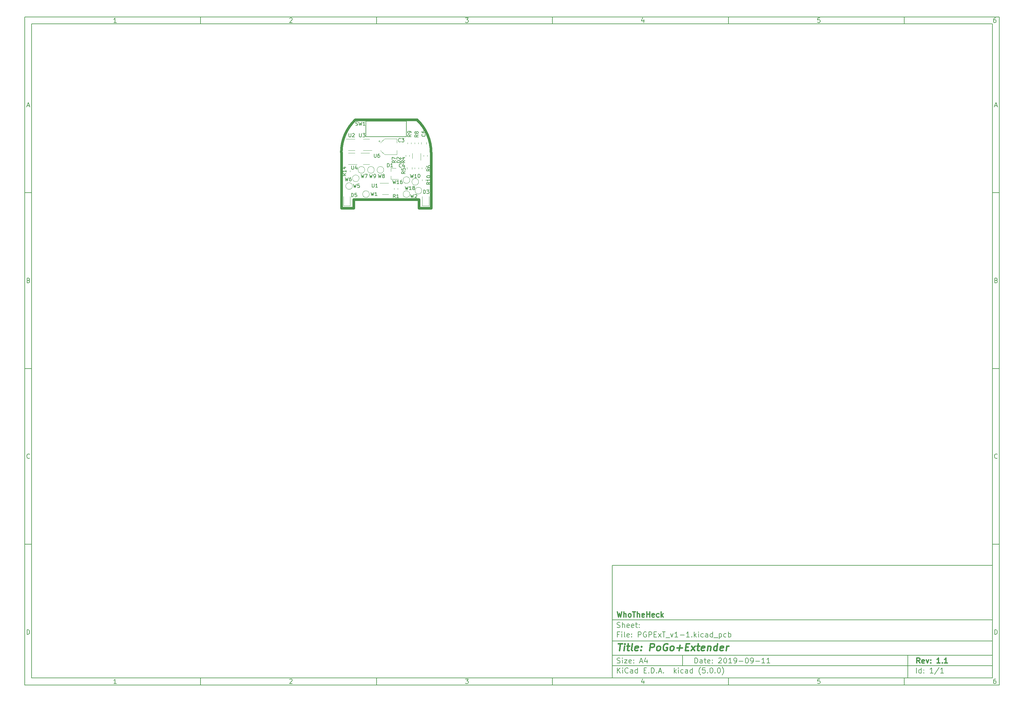
<source format=gbr>
G04 #@! TF.GenerationSoftware,KiCad,Pcbnew,(5.0.0)*
G04 #@! TF.CreationDate,2020-05-01T19:32:20+02:00*
G04 #@! TF.ProjectId,PGPExT_v1-1,5047504578545F76312D312E6B696361,1.1*
G04 #@! TF.SameCoordinates,Original*
G04 #@! TF.FileFunction,Legend,Top*
G04 #@! TF.FilePolarity,Positive*
%FSLAX46Y46*%
G04 Gerber Fmt 4.6, Leading zero omitted, Abs format (unit mm)*
G04 Created by KiCad (PCBNEW (5.0.0)) date 05/01/20 19:32:20*
%MOMM*%
%LPD*%
G01*
G04 APERTURE LIST*
%ADD10C,0.100000*%
%ADD11C,0.150000*%
%ADD12C,0.300000*%
%ADD13C,0.400000*%
%ADD14C,0.800000*%
%ADD15C,0.120000*%
G04 APERTURE END LIST*
D10*
D11*
X177002200Y-166007200D02*
X177002200Y-198007200D01*
X285002200Y-198007200D01*
X285002200Y-166007200D01*
X177002200Y-166007200D01*
D10*
D11*
X10000000Y-10000000D02*
X10000000Y-200007200D01*
X287002200Y-200007200D01*
X287002200Y-10000000D01*
X10000000Y-10000000D01*
D10*
D11*
X12000000Y-12000000D02*
X12000000Y-198007200D01*
X285002200Y-198007200D01*
X285002200Y-12000000D01*
X12000000Y-12000000D01*
D10*
D11*
X60000000Y-12000000D02*
X60000000Y-10000000D01*
D10*
D11*
X110000000Y-12000000D02*
X110000000Y-10000000D01*
D10*
D11*
X160000000Y-12000000D02*
X160000000Y-10000000D01*
D10*
D11*
X210000000Y-12000000D02*
X210000000Y-10000000D01*
D10*
D11*
X260000000Y-12000000D02*
X260000000Y-10000000D01*
D10*
D11*
X36065476Y-11588095D02*
X35322619Y-11588095D01*
X35694047Y-11588095D02*
X35694047Y-10288095D01*
X35570238Y-10473809D01*
X35446428Y-10597619D01*
X35322619Y-10659523D01*
D10*
D11*
X85322619Y-10411904D02*
X85384523Y-10350000D01*
X85508333Y-10288095D01*
X85817857Y-10288095D01*
X85941666Y-10350000D01*
X86003571Y-10411904D01*
X86065476Y-10535714D01*
X86065476Y-10659523D01*
X86003571Y-10845238D01*
X85260714Y-11588095D01*
X86065476Y-11588095D01*
D10*
D11*
X135260714Y-10288095D02*
X136065476Y-10288095D01*
X135632142Y-10783333D01*
X135817857Y-10783333D01*
X135941666Y-10845238D01*
X136003571Y-10907142D01*
X136065476Y-11030952D01*
X136065476Y-11340476D01*
X136003571Y-11464285D01*
X135941666Y-11526190D01*
X135817857Y-11588095D01*
X135446428Y-11588095D01*
X135322619Y-11526190D01*
X135260714Y-11464285D01*
D10*
D11*
X185941666Y-10721428D02*
X185941666Y-11588095D01*
X185632142Y-10226190D02*
X185322619Y-11154761D01*
X186127380Y-11154761D01*
D10*
D11*
X236003571Y-10288095D02*
X235384523Y-10288095D01*
X235322619Y-10907142D01*
X235384523Y-10845238D01*
X235508333Y-10783333D01*
X235817857Y-10783333D01*
X235941666Y-10845238D01*
X236003571Y-10907142D01*
X236065476Y-11030952D01*
X236065476Y-11340476D01*
X236003571Y-11464285D01*
X235941666Y-11526190D01*
X235817857Y-11588095D01*
X235508333Y-11588095D01*
X235384523Y-11526190D01*
X235322619Y-11464285D01*
D10*
D11*
X285941666Y-10288095D02*
X285694047Y-10288095D01*
X285570238Y-10350000D01*
X285508333Y-10411904D01*
X285384523Y-10597619D01*
X285322619Y-10845238D01*
X285322619Y-11340476D01*
X285384523Y-11464285D01*
X285446428Y-11526190D01*
X285570238Y-11588095D01*
X285817857Y-11588095D01*
X285941666Y-11526190D01*
X286003571Y-11464285D01*
X286065476Y-11340476D01*
X286065476Y-11030952D01*
X286003571Y-10907142D01*
X285941666Y-10845238D01*
X285817857Y-10783333D01*
X285570238Y-10783333D01*
X285446428Y-10845238D01*
X285384523Y-10907142D01*
X285322619Y-11030952D01*
D10*
D11*
X60000000Y-198007200D02*
X60000000Y-200007200D01*
D10*
D11*
X110000000Y-198007200D02*
X110000000Y-200007200D01*
D10*
D11*
X160000000Y-198007200D02*
X160000000Y-200007200D01*
D10*
D11*
X210000000Y-198007200D02*
X210000000Y-200007200D01*
D10*
D11*
X260000000Y-198007200D02*
X260000000Y-200007200D01*
D10*
D11*
X36065476Y-199595295D02*
X35322619Y-199595295D01*
X35694047Y-199595295D02*
X35694047Y-198295295D01*
X35570238Y-198481009D01*
X35446428Y-198604819D01*
X35322619Y-198666723D01*
D10*
D11*
X85322619Y-198419104D02*
X85384523Y-198357200D01*
X85508333Y-198295295D01*
X85817857Y-198295295D01*
X85941666Y-198357200D01*
X86003571Y-198419104D01*
X86065476Y-198542914D01*
X86065476Y-198666723D01*
X86003571Y-198852438D01*
X85260714Y-199595295D01*
X86065476Y-199595295D01*
D10*
D11*
X135260714Y-198295295D02*
X136065476Y-198295295D01*
X135632142Y-198790533D01*
X135817857Y-198790533D01*
X135941666Y-198852438D01*
X136003571Y-198914342D01*
X136065476Y-199038152D01*
X136065476Y-199347676D01*
X136003571Y-199471485D01*
X135941666Y-199533390D01*
X135817857Y-199595295D01*
X135446428Y-199595295D01*
X135322619Y-199533390D01*
X135260714Y-199471485D01*
D10*
D11*
X185941666Y-198728628D02*
X185941666Y-199595295D01*
X185632142Y-198233390D02*
X185322619Y-199161961D01*
X186127380Y-199161961D01*
D10*
D11*
X236003571Y-198295295D02*
X235384523Y-198295295D01*
X235322619Y-198914342D01*
X235384523Y-198852438D01*
X235508333Y-198790533D01*
X235817857Y-198790533D01*
X235941666Y-198852438D01*
X236003571Y-198914342D01*
X236065476Y-199038152D01*
X236065476Y-199347676D01*
X236003571Y-199471485D01*
X235941666Y-199533390D01*
X235817857Y-199595295D01*
X235508333Y-199595295D01*
X235384523Y-199533390D01*
X235322619Y-199471485D01*
D10*
D11*
X285941666Y-198295295D02*
X285694047Y-198295295D01*
X285570238Y-198357200D01*
X285508333Y-198419104D01*
X285384523Y-198604819D01*
X285322619Y-198852438D01*
X285322619Y-199347676D01*
X285384523Y-199471485D01*
X285446428Y-199533390D01*
X285570238Y-199595295D01*
X285817857Y-199595295D01*
X285941666Y-199533390D01*
X286003571Y-199471485D01*
X286065476Y-199347676D01*
X286065476Y-199038152D01*
X286003571Y-198914342D01*
X285941666Y-198852438D01*
X285817857Y-198790533D01*
X285570238Y-198790533D01*
X285446428Y-198852438D01*
X285384523Y-198914342D01*
X285322619Y-199038152D01*
D10*
D11*
X10000000Y-60000000D02*
X12000000Y-60000000D01*
D10*
D11*
X10000000Y-110000000D02*
X12000000Y-110000000D01*
D10*
D11*
X10000000Y-160000000D02*
X12000000Y-160000000D01*
D10*
D11*
X10690476Y-35216666D02*
X11309523Y-35216666D01*
X10566666Y-35588095D02*
X11000000Y-34288095D01*
X11433333Y-35588095D01*
D10*
D11*
X11092857Y-84907142D02*
X11278571Y-84969047D01*
X11340476Y-85030952D01*
X11402380Y-85154761D01*
X11402380Y-85340476D01*
X11340476Y-85464285D01*
X11278571Y-85526190D01*
X11154761Y-85588095D01*
X10659523Y-85588095D01*
X10659523Y-84288095D01*
X11092857Y-84288095D01*
X11216666Y-84350000D01*
X11278571Y-84411904D01*
X11340476Y-84535714D01*
X11340476Y-84659523D01*
X11278571Y-84783333D01*
X11216666Y-84845238D01*
X11092857Y-84907142D01*
X10659523Y-84907142D01*
D10*
D11*
X11402380Y-135464285D02*
X11340476Y-135526190D01*
X11154761Y-135588095D01*
X11030952Y-135588095D01*
X10845238Y-135526190D01*
X10721428Y-135402380D01*
X10659523Y-135278571D01*
X10597619Y-135030952D01*
X10597619Y-134845238D01*
X10659523Y-134597619D01*
X10721428Y-134473809D01*
X10845238Y-134350000D01*
X11030952Y-134288095D01*
X11154761Y-134288095D01*
X11340476Y-134350000D01*
X11402380Y-134411904D01*
D10*
D11*
X10659523Y-185588095D02*
X10659523Y-184288095D01*
X10969047Y-184288095D01*
X11154761Y-184350000D01*
X11278571Y-184473809D01*
X11340476Y-184597619D01*
X11402380Y-184845238D01*
X11402380Y-185030952D01*
X11340476Y-185278571D01*
X11278571Y-185402380D01*
X11154761Y-185526190D01*
X10969047Y-185588095D01*
X10659523Y-185588095D01*
D10*
D11*
X287002200Y-60000000D02*
X285002200Y-60000000D01*
D10*
D11*
X287002200Y-110000000D02*
X285002200Y-110000000D01*
D10*
D11*
X287002200Y-160000000D02*
X285002200Y-160000000D01*
D10*
D11*
X285692676Y-35216666D02*
X286311723Y-35216666D01*
X285568866Y-35588095D02*
X286002200Y-34288095D01*
X286435533Y-35588095D01*
D10*
D11*
X286095057Y-84907142D02*
X286280771Y-84969047D01*
X286342676Y-85030952D01*
X286404580Y-85154761D01*
X286404580Y-85340476D01*
X286342676Y-85464285D01*
X286280771Y-85526190D01*
X286156961Y-85588095D01*
X285661723Y-85588095D01*
X285661723Y-84288095D01*
X286095057Y-84288095D01*
X286218866Y-84350000D01*
X286280771Y-84411904D01*
X286342676Y-84535714D01*
X286342676Y-84659523D01*
X286280771Y-84783333D01*
X286218866Y-84845238D01*
X286095057Y-84907142D01*
X285661723Y-84907142D01*
D10*
D11*
X286404580Y-135464285D02*
X286342676Y-135526190D01*
X286156961Y-135588095D01*
X286033152Y-135588095D01*
X285847438Y-135526190D01*
X285723628Y-135402380D01*
X285661723Y-135278571D01*
X285599819Y-135030952D01*
X285599819Y-134845238D01*
X285661723Y-134597619D01*
X285723628Y-134473809D01*
X285847438Y-134350000D01*
X286033152Y-134288095D01*
X286156961Y-134288095D01*
X286342676Y-134350000D01*
X286404580Y-134411904D01*
D10*
D11*
X285661723Y-185588095D02*
X285661723Y-184288095D01*
X285971247Y-184288095D01*
X286156961Y-184350000D01*
X286280771Y-184473809D01*
X286342676Y-184597619D01*
X286404580Y-184845238D01*
X286404580Y-185030952D01*
X286342676Y-185278571D01*
X286280771Y-185402380D01*
X286156961Y-185526190D01*
X285971247Y-185588095D01*
X285661723Y-185588095D01*
D10*
D11*
X200434342Y-193785771D02*
X200434342Y-192285771D01*
X200791485Y-192285771D01*
X201005771Y-192357200D01*
X201148628Y-192500057D01*
X201220057Y-192642914D01*
X201291485Y-192928628D01*
X201291485Y-193142914D01*
X201220057Y-193428628D01*
X201148628Y-193571485D01*
X201005771Y-193714342D01*
X200791485Y-193785771D01*
X200434342Y-193785771D01*
X202577200Y-193785771D02*
X202577200Y-193000057D01*
X202505771Y-192857200D01*
X202362914Y-192785771D01*
X202077200Y-192785771D01*
X201934342Y-192857200D01*
X202577200Y-193714342D02*
X202434342Y-193785771D01*
X202077200Y-193785771D01*
X201934342Y-193714342D01*
X201862914Y-193571485D01*
X201862914Y-193428628D01*
X201934342Y-193285771D01*
X202077200Y-193214342D01*
X202434342Y-193214342D01*
X202577200Y-193142914D01*
X203077200Y-192785771D02*
X203648628Y-192785771D01*
X203291485Y-192285771D02*
X203291485Y-193571485D01*
X203362914Y-193714342D01*
X203505771Y-193785771D01*
X203648628Y-193785771D01*
X204720057Y-193714342D02*
X204577200Y-193785771D01*
X204291485Y-193785771D01*
X204148628Y-193714342D01*
X204077200Y-193571485D01*
X204077200Y-193000057D01*
X204148628Y-192857200D01*
X204291485Y-192785771D01*
X204577200Y-192785771D01*
X204720057Y-192857200D01*
X204791485Y-193000057D01*
X204791485Y-193142914D01*
X204077200Y-193285771D01*
X205434342Y-193642914D02*
X205505771Y-193714342D01*
X205434342Y-193785771D01*
X205362914Y-193714342D01*
X205434342Y-193642914D01*
X205434342Y-193785771D01*
X205434342Y-192857200D02*
X205505771Y-192928628D01*
X205434342Y-193000057D01*
X205362914Y-192928628D01*
X205434342Y-192857200D01*
X205434342Y-193000057D01*
X207220057Y-192428628D02*
X207291485Y-192357200D01*
X207434342Y-192285771D01*
X207791485Y-192285771D01*
X207934342Y-192357200D01*
X208005771Y-192428628D01*
X208077200Y-192571485D01*
X208077200Y-192714342D01*
X208005771Y-192928628D01*
X207148628Y-193785771D01*
X208077200Y-193785771D01*
X209005771Y-192285771D02*
X209148628Y-192285771D01*
X209291485Y-192357200D01*
X209362914Y-192428628D01*
X209434342Y-192571485D01*
X209505771Y-192857200D01*
X209505771Y-193214342D01*
X209434342Y-193500057D01*
X209362914Y-193642914D01*
X209291485Y-193714342D01*
X209148628Y-193785771D01*
X209005771Y-193785771D01*
X208862914Y-193714342D01*
X208791485Y-193642914D01*
X208720057Y-193500057D01*
X208648628Y-193214342D01*
X208648628Y-192857200D01*
X208720057Y-192571485D01*
X208791485Y-192428628D01*
X208862914Y-192357200D01*
X209005771Y-192285771D01*
X210934342Y-193785771D02*
X210077200Y-193785771D01*
X210505771Y-193785771D02*
X210505771Y-192285771D01*
X210362914Y-192500057D01*
X210220057Y-192642914D01*
X210077200Y-192714342D01*
X211648628Y-193785771D02*
X211934342Y-193785771D01*
X212077200Y-193714342D01*
X212148628Y-193642914D01*
X212291485Y-193428628D01*
X212362914Y-193142914D01*
X212362914Y-192571485D01*
X212291485Y-192428628D01*
X212220057Y-192357200D01*
X212077200Y-192285771D01*
X211791485Y-192285771D01*
X211648628Y-192357200D01*
X211577200Y-192428628D01*
X211505771Y-192571485D01*
X211505771Y-192928628D01*
X211577200Y-193071485D01*
X211648628Y-193142914D01*
X211791485Y-193214342D01*
X212077200Y-193214342D01*
X212220057Y-193142914D01*
X212291485Y-193071485D01*
X212362914Y-192928628D01*
X213005771Y-193214342D02*
X214148628Y-193214342D01*
X215148628Y-192285771D02*
X215291485Y-192285771D01*
X215434342Y-192357200D01*
X215505771Y-192428628D01*
X215577200Y-192571485D01*
X215648628Y-192857200D01*
X215648628Y-193214342D01*
X215577200Y-193500057D01*
X215505771Y-193642914D01*
X215434342Y-193714342D01*
X215291485Y-193785771D01*
X215148628Y-193785771D01*
X215005771Y-193714342D01*
X214934342Y-193642914D01*
X214862914Y-193500057D01*
X214791485Y-193214342D01*
X214791485Y-192857200D01*
X214862914Y-192571485D01*
X214934342Y-192428628D01*
X215005771Y-192357200D01*
X215148628Y-192285771D01*
X216362914Y-193785771D02*
X216648628Y-193785771D01*
X216791485Y-193714342D01*
X216862914Y-193642914D01*
X217005771Y-193428628D01*
X217077200Y-193142914D01*
X217077200Y-192571485D01*
X217005771Y-192428628D01*
X216934342Y-192357200D01*
X216791485Y-192285771D01*
X216505771Y-192285771D01*
X216362914Y-192357200D01*
X216291485Y-192428628D01*
X216220057Y-192571485D01*
X216220057Y-192928628D01*
X216291485Y-193071485D01*
X216362914Y-193142914D01*
X216505771Y-193214342D01*
X216791485Y-193214342D01*
X216934342Y-193142914D01*
X217005771Y-193071485D01*
X217077200Y-192928628D01*
X217720057Y-193214342D02*
X218862914Y-193214342D01*
X220362914Y-193785771D02*
X219505771Y-193785771D01*
X219934342Y-193785771D02*
X219934342Y-192285771D01*
X219791485Y-192500057D01*
X219648628Y-192642914D01*
X219505771Y-192714342D01*
X221791485Y-193785771D02*
X220934342Y-193785771D01*
X221362914Y-193785771D02*
X221362914Y-192285771D01*
X221220057Y-192500057D01*
X221077200Y-192642914D01*
X220934342Y-192714342D01*
D10*
D11*
X177002200Y-194507200D02*
X285002200Y-194507200D01*
D10*
D11*
X178434342Y-196585771D02*
X178434342Y-195085771D01*
X179291485Y-196585771D02*
X178648628Y-195728628D01*
X179291485Y-195085771D02*
X178434342Y-195942914D01*
X179934342Y-196585771D02*
X179934342Y-195585771D01*
X179934342Y-195085771D02*
X179862914Y-195157200D01*
X179934342Y-195228628D01*
X180005771Y-195157200D01*
X179934342Y-195085771D01*
X179934342Y-195228628D01*
X181505771Y-196442914D02*
X181434342Y-196514342D01*
X181220057Y-196585771D01*
X181077200Y-196585771D01*
X180862914Y-196514342D01*
X180720057Y-196371485D01*
X180648628Y-196228628D01*
X180577200Y-195942914D01*
X180577200Y-195728628D01*
X180648628Y-195442914D01*
X180720057Y-195300057D01*
X180862914Y-195157200D01*
X181077200Y-195085771D01*
X181220057Y-195085771D01*
X181434342Y-195157200D01*
X181505771Y-195228628D01*
X182791485Y-196585771D02*
X182791485Y-195800057D01*
X182720057Y-195657200D01*
X182577200Y-195585771D01*
X182291485Y-195585771D01*
X182148628Y-195657200D01*
X182791485Y-196514342D02*
X182648628Y-196585771D01*
X182291485Y-196585771D01*
X182148628Y-196514342D01*
X182077200Y-196371485D01*
X182077200Y-196228628D01*
X182148628Y-196085771D01*
X182291485Y-196014342D01*
X182648628Y-196014342D01*
X182791485Y-195942914D01*
X184148628Y-196585771D02*
X184148628Y-195085771D01*
X184148628Y-196514342D02*
X184005771Y-196585771D01*
X183720057Y-196585771D01*
X183577200Y-196514342D01*
X183505771Y-196442914D01*
X183434342Y-196300057D01*
X183434342Y-195871485D01*
X183505771Y-195728628D01*
X183577200Y-195657200D01*
X183720057Y-195585771D01*
X184005771Y-195585771D01*
X184148628Y-195657200D01*
X186005771Y-195800057D02*
X186505771Y-195800057D01*
X186720057Y-196585771D02*
X186005771Y-196585771D01*
X186005771Y-195085771D01*
X186720057Y-195085771D01*
X187362914Y-196442914D02*
X187434342Y-196514342D01*
X187362914Y-196585771D01*
X187291485Y-196514342D01*
X187362914Y-196442914D01*
X187362914Y-196585771D01*
X188077200Y-196585771D02*
X188077200Y-195085771D01*
X188434342Y-195085771D01*
X188648628Y-195157200D01*
X188791485Y-195300057D01*
X188862914Y-195442914D01*
X188934342Y-195728628D01*
X188934342Y-195942914D01*
X188862914Y-196228628D01*
X188791485Y-196371485D01*
X188648628Y-196514342D01*
X188434342Y-196585771D01*
X188077200Y-196585771D01*
X189577200Y-196442914D02*
X189648628Y-196514342D01*
X189577200Y-196585771D01*
X189505771Y-196514342D01*
X189577200Y-196442914D01*
X189577200Y-196585771D01*
X190220057Y-196157200D02*
X190934342Y-196157200D01*
X190077200Y-196585771D02*
X190577200Y-195085771D01*
X191077200Y-196585771D01*
X191577200Y-196442914D02*
X191648628Y-196514342D01*
X191577200Y-196585771D01*
X191505771Y-196514342D01*
X191577200Y-196442914D01*
X191577200Y-196585771D01*
X194577200Y-196585771D02*
X194577200Y-195085771D01*
X194720057Y-196014342D02*
X195148628Y-196585771D01*
X195148628Y-195585771D02*
X194577200Y-196157200D01*
X195791485Y-196585771D02*
X195791485Y-195585771D01*
X195791485Y-195085771D02*
X195720057Y-195157200D01*
X195791485Y-195228628D01*
X195862914Y-195157200D01*
X195791485Y-195085771D01*
X195791485Y-195228628D01*
X197148628Y-196514342D02*
X197005771Y-196585771D01*
X196720057Y-196585771D01*
X196577200Y-196514342D01*
X196505771Y-196442914D01*
X196434342Y-196300057D01*
X196434342Y-195871485D01*
X196505771Y-195728628D01*
X196577200Y-195657200D01*
X196720057Y-195585771D01*
X197005771Y-195585771D01*
X197148628Y-195657200D01*
X198434342Y-196585771D02*
X198434342Y-195800057D01*
X198362914Y-195657200D01*
X198220057Y-195585771D01*
X197934342Y-195585771D01*
X197791485Y-195657200D01*
X198434342Y-196514342D02*
X198291485Y-196585771D01*
X197934342Y-196585771D01*
X197791485Y-196514342D01*
X197720057Y-196371485D01*
X197720057Y-196228628D01*
X197791485Y-196085771D01*
X197934342Y-196014342D01*
X198291485Y-196014342D01*
X198434342Y-195942914D01*
X199791485Y-196585771D02*
X199791485Y-195085771D01*
X199791485Y-196514342D02*
X199648628Y-196585771D01*
X199362914Y-196585771D01*
X199220057Y-196514342D01*
X199148628Y-196442914D01*
X199077200Y-196300057D01*
X199077200Y-195871485D01*
X199148628Y-195728628D01*
X199220057Y-195657200D01*
X199362914Y-195585771D01*
X199648628Y-195585771D01*
X199791485Y-195657200D01*
X202077200Y-197157200D02*
X202005771Y-197085771D01*
X201862914Y-196871485D01*
X201791485Y-196728628D01*
X201720057Y-196514342D01*
X201648628Y-196157200D01*
X201648628Y-195871485D01*
X201720057Y-195514342D01*
X201791485Y-195300057D01*
X201862914Y-195157200D01*
X202005771Y-194942914D01*
X202077200Y-194871485D01*
X203362914Y-195085771D02*
X202648628Y-195085771D01*
X202577200Y-195800057D01*
X202648628Y-195728628D01*
X202791485Y-195657200D01*
X203148628Y-195657200D01*
X203291485Y-195728628D01*
X203362914Y-195800057D01*
X203434342Y-195942914D01*
X203434342Y-196300057D01*
X203362914Y-196442914D01*
X203291485Y-196514342D01*
X203148628Y-196585771D01*
X202791485Y-196585771D01*
X202648628Y-196514342D01*
X202577200Y-196442914D01*
X204077200Y-196442914D02*
X204148628Y-196514342D01*
X204077200Y-196585771D01*
X204005771Y-196514342D01*
X204077200Y-196442914D01*
X204077200Y-196585771D01*
X205077200Y-195085771D02*
X205220057Y-195085771D01*
X205362914Y-195157200D01*
X205434342Y-195228628D01*
X205505771Y-195371485D01*
X205577200Y-195657200D01*
X205577200Y-196014342D01*
X205505771Y-196300057D01*
X205434342Y-196442914D01*
X205362914Y-196514342D01*
X205220057Y-196585771D01*
X205077200Y-196585771D01*
X204934342Y-196514342D01*
X204862914Y-196442914D01*
X204791485Y-196300057D01*
X204720057Y-196014342D01*
X204720057Y-195657200D01*
X204791485Y-195371485D01*
X204862914Y-195228628D01*
X204934342Y-195157200D01*
X205077200Y-195085771D01*
X206220057Y-196442914D02*
X206291485Y-196514342D01*
X206220057Y-196585771D01*
X206148628Y-196514342D01*
X206220057Y-196442914D01*
X206220057Y-196585771D01*
X207220057Y-195085771D02*
X207362914Y-195085771D01*
X207505771Y-195157200D01*
X207577200Y-195228628D01*
X207648628Y-195371485D01*
X207720057Y-195657200D01*
X207720057Y-196014342D01*
X207648628Y-196300057D01*
X207577200Y-196442914D01*
X207505771Y-196514342D01*
X207362914Y-196585771D01*
X207220057Y-196585771D01*
X207077200Y-196514342D01*
X207005771Y-196442914D01*
X206934342Y-196300057D01*
X206862914Y-196014342D01*
X206862914Y-195657200D01*
X206934342Y-195371485D01*
X207005771Y-195228628D01*
X207077200Y-195157200D01*
X207220057Y-195085771D01*
X208220057Y-197157200D02*
X208291485Y-197085771D01*
X208434342Y-196871485D01*
X208505771Y-196728628D01*
X208577200Y-196514342D01*
X208648628Y-196157200D01*
X208648628Y-195871485D01*
X208577200Y-195514342D01*
X208505771Y-195300057D01*
X208434342Y-195157200D01*
X208291485Y-194942914D01*
X208220057Y-194871485D01*
D10*
D11*
X177002200Y-191507200D02*
X285002200Y-191507200D01*
D10*
D12*
X264411485Y-193785771D02*
X263911485Y-193071485D01*
X263554342Y-193785771D02*
X263554342Y-192285771D01*
X264125771Y-192285771D01*
X264268628Y-192357200D01*
X264340057Y-192428628D01*
X264411485Y-192571485D01*
X264411485Y-192785771D01*
X264340057Y-192928628D01*
X264268628Y-193000057D01*
X264125771Y-193071485D01*
X263554342Y-193071485D01*
X265625771Y-193714342D02*
X265482914Y-193785771D01*
X265197200Y-193785771D01*
X265054342Y-193714342D01*
X264982914Y-193571485D01*
X264982914Y-193000057D01*
X265054342Y-192857200D01*
X265197200Y-192785771D01*
X265482914Y-192785771D01*
X265625771Y-192857200D01*
X265697200Y-193000057D01*
X265697200Y-193142914D01*
X264982914Y-193285771D01*
X266197200Y-192785771D02*
X266554342Y-193785771D01*
X266911485Y-192785771D01*
X267482914Y-193642914D02*
X267554342Y-193714342D01*
X267482914Y-193785771D01*
X267411485Y-193714342D01*
X267482914Y-193642914D01*
X267482914Y-193785771D01*
X267482914Y-192857200D02*
X267554342Y-192928628D01*
X267482914Y-193000057D01*
X267411485Y-192928628D01*
X267482914Y-192857200D01*
X267482914Y-193000057D01*
X270125771Y-193785771D02*
X269268628Y-193785771D01*
X269697200Y-193785771D02*
X269697200Y-192285771D01*
X269554342Y-192500057D01*
X269411485Y-192642914D01*
X269268628Y-192714342D01*
X270768628Y-193642914D02*
X270840057Y-193714342D01*
X270768628Y-193785771D01*
X270697200Y-193714342D01*
X270768628Y-193642914D01*
X270768628Y-193785771D01*
X272268628Y-193785771D02*
X271411485Y-193785771D01*
X271840057Y-193785771D02*
X271840057Y-192285771D01*
X271697200Y-192500057D01*
X271554342Y-192642914D01*
X271411485Y-192714342D01*
D10*
D11*
X178362914Y-193714342D02*
X178577200Y-193785771D01*
X178934342Y-193785771D01*
X179077200Y-193714342D01*
X179148628Y-193642914D01*
X179220057Y-193500057D01*
X179220057Y-193357200D01*
X179148628Y-193214342D01*
X179077200Y-193142914D01*
X178934342Y-193071485D01*
X178648628Y-193000057D01*
X178505771Y-192928628D01*
X178434342Y-192857200D01*
X178362914Y-192714342D01*
X178362914Y-192571485D01*
X178434342Y-192428628D01*
X178505771Y-192357200D01*
X178648628Y-192285771D01*
X179005771Y-192285771D01*
X179220057Y-192357200D01*
X179862914Y-193785771D02*
X179862914Y-192785771D01*
X179862914Y-192285771D02*
X179791485Y-192357200D01*
X179862914Y-192428628D01*
X179934342Y-192357200D01*
X179862914Y-192285771D01*
X179862914Y-192428628D01*
X180434342Y-192785771D02*
X181220057Y-192785771D01*
X180434342Y-193785771D01*
X181220057Y-193785771D01*
X182362914Y-193714342D02*
X182220057Y-193785771D01*
X181934342Y-193785771D01*
X181791485Y-193714342D01*
X181720057Y-193571485D01*
X181720057Y-193000057D01*
X181791485Y-192857200D01*
X181934342Y-192785771D01*
X182220057Y-192785771D01*
X182362914Y-192857200D01*
X182434342Y-193000057D01*
X182434342Y-193142914D01*
X181720057Y-193285771D01*
X183077200Y-193642914D02*
X183148628Y-193714342D01*
X183077200Y-193785771D01*
X183005771Y-193714342D01*
X183077200Y-193642914D01*
X183077200Y-193785771D01*
X183077200Y-192857200D02*
X183148628Y-192928628D01*
X183077200Y-193000057D01*
X183005771Y-192928628D01*
X183077200Y-192857200D01*
X183077200Y-193000057D01*
X184862914Y-193357200D02*
X185577200Y-193357200D01*
X184720057Y-193785771D02*
X185220057Y-192285771D01*
X185720057Y-193785771D01*
X186862914Y-192785771D02*
X186862914Y-193785771D01*
X186505771Y-192214342D02*
X186148628Y-193285771D01*
X187077200Y-193285771D01*
D10*
D11*
X263434342Y-196585771D02*
X263434342Y-195085771D01*
X264791485Y-196585771D02*
X264791485Y-195085771D01*
X264791485Y-196514342D02*
X264648628Y-196585771D01*
X264362914Y-196585771D01*
X264220057Y-196514342D01*
X264148628Y-196442914D01*
X264077200Y-196300057D01*
X264077200Y-195871485D01*
X264148628Y-195728628D01*
X264220057Y-195657200D01*
X264362914Y-195585771D01*
X264648628Y-195585771D01*
X264791485Y-195657200D01*
X265505771Y-196442914D02*
X265577200Y-196514342D01*
X265505771Y-196585771D01*
X265434342Y-196514342D01*
X265505771Y-196442914D01*
X265505771Y-196585771D01*
X265505771Y-195657200D02*
X265577200Y-195728628D01*
X265505771Y-195800057D01*
X265434342Y-195728628D01*
X265505771Y-195657200D01*
X265505771Y-195800057D01*
X268148628Y-196585771D02*
X267291485Y-196585771D01*
X267720057Y-196585771D02*
X267720057Y-195085771D01*
X267577200Y-195300057D01*
X267434342Y-195442914D01*
X267291485Y-195514342D01*
X269862914Y-195014342D02*
X268577200Y-196942914D01*
X271148628Y-196585771D02*
X270291485Y-196585771D01*
X270720057Y-196585771D02*
X270720057Y-195085771D01*
X270577200Y-195300057D01*
X270434342Y-195442914D01*
X270291485Y-195514342D01*
D10*
D11*
X177002200Y-187507200D02*
X285002200Y-187507200D01*
D10*
D13*
X178714580Y-188211961D02*
X179857438Y-188211961D01*
X179036009Y-190211961D02*
X179286009Y-188211961D01*
X180274104Y-190211961D02*
X180440771Y-188878628D01*
X180524104Y-188211961D02*
X180416961Y-188307200D01*
X180500295Y-188402438D01*
X180607438Y-188307200D01*
X180524104Y-188211961D01*
X180500295Y-188402438D01*
X181107438Y-188878628D02*
X181869342Y-188878628D01*
X181476485Y-188211961D02*
X181262200Y-189926247D01*
X181333628Y-190116723D01*
X181512200Y-190211961D01*
X181702676Y-190211961D01*
X182655057Y-190211961D02*
X182476485Y-190116723D01*
X182405057Y-189926247D01*
X182619342Y-188211961D01*
X184190771Y-190116723D02*
X183988390Y-190211961D01*
X183607438Y-190211961D01*
X183428866Y-190116723D01*
X183357438Y-189926247D01*
X183452676Y-189164342D01*
X183571723Y-188973866D01*
X183774104Y-188878628D01*
X184155057Y-188878628D01*
X184333628Y-188973866D01*
X184405057Y-189164342D01*
X184381247Y-189354819D01*
X183405057Y-189545295D01*
X185155057Y-190021485D02*
X185238390Y-190116723D01*
X185131247Y-190211961D01*
X185047914Y-190116723D01*
X185155057Y-190021485D01*
X185131247Y-190211961D01*
X185286009Y-188973866D02*
X185369342Y-189069104D01*
X185262200Y-189164342D01*
X185178866Y-189069104D01*
X185286009Y-188973866D01*
X185262200Y-189164342D01*
X187607438Y-190211961D02*
X187857438Y-188211961D01*
X188619342Y-188211961D01*
X188797914Y-188307200D01*
X188881247Y-188402438D01*
X188952676Y-188592914D01*
X188916961Y-188878628D01*
X188797914Y-189069104D01*
X188690771Y-189164342D01*
X188488390Y-189259580D01*
X187726485Y-189259580D01*
X189893152Y-190211961D02*
X189714580Y-190116723D01*
X189631247Y-190021485D01*
X189559819Y-189831009D01*
X189631247Y-189259580D01*
X189750295Y-189069104D01*
X189857438Y-188973866D01*
X190059819Y-188878628D01*
X190345533Y-188878628D01*
X190524104Y-188973866D01*
X190607438Y-189069104D01*
X190678866Y-189259580D01*
X190607438Y-189831009D01*
X190488390Y-190021485D01*
X190381247Y-190116723D01*
X190178866Y-190211961D01*
X189893152Y-190211961D01*
X192702676Y-188307200D02*
X192524104Y-188211961D01*
X192238390Y-188211961D01*
X191940771Y-188307200D01*
X191726485Y-188497676D01*
X191607438Y-188688152D01*
X191464580Y-189069104D01*
X191428866Y-189354819D01*
X191476485Y-189735771D01*
X191547914Y-189926247D01*
X191714580Y-190116723D01*
X191988390Y-190211961D01*
X192178866Y-190211961D01*
X192476485Y-190116723D01*
X192583628Y-190021485D01*
X192666961Y-189354819D01*
X192286009Y-189354819D01*
X193702676Y-190211961D02*
X193524104Y-190116723D01*
X193440771Y-190021485D01*
X193369342Y-189831009D01*
X193440771Y-189259580D01*
X193559819Y-189069104D01*
X193666961Y-188973866D01*
X193869342Y-188878628D01*
X194155057Y-188878628D01*
X194333628Y-188973866D01*
X194416961Y-189069104D01*
X194488390Y-189259580D01*
X194416961Y-189831009D01*
X194297914Y-190021485D01*
X194190771Y-190116723D01*
X193988390Y-190211961D01*
X193702676Y-190211961D01*
X195321723Y-189450057D02*
X196845533Y-189450057D01*
X195988390Y-190211961D02*
X196178866Y-188688152D01*
X197833628Y-189164342D02*
X198500295Y-189164342D01*
X198655057Y-190211961D02*
X197702676Y-190211961D01*
X197952676Y-188211961D01*
X198905057Y-188211961D01*
X199321723Y-190211961D02*
X200536009Y-188878628D01*
X199488390Y-188878628D02*
X200369342Y-190211961D01*
X201012200Y-188878628D02*
X201774104Y-188878628D01*
X201381247Y-188211961D02*
X201166961Y-189926247D01*
X201238390Y-190116723D01*
X201416961Y-190211961D01*
X201607438Y-190211961D01*
X203047914Y-190116723D02*
X202845533Y-190211961D01*
X202464580Y-190211961D01*
X202286009Y-190116723D01*
X202214580Y-189926247D01*
X202309819Y-189164342D01*
X202428866Y-188973866D01*
X202631247Y-188878628D01*
X203012200Y-188878628D01*
X203190771Y-188973866D01*
X203262200Y-189164342D01*
X203238390Y-189354819D01*
X202262200Y-189545295D01*
X204155057Y-188878628D02*
X203988390Y-190211961D01*
X204131247Y-189069104D02*
X204238390Y-188973866D01*
X204440771Y-188878628D01*
X204726485Y-188878628D01*
X204905057Y-188973866D01*
X204976485Y-189164342D01*
X204845533Y-190211961D01*
X206655057Y-190211961D02*
X206905057Y-188211961D01*
X206666961Y-190116723D02*
X206464580Y-190211961D01*
X206083628Y-190211961D01*
X205905057Y-190116723D01*
X205821723Y-190021485D01*
X205750295Y-189831009D01*
X205821723Y-189259580D01*
X205940771Y-189069104D01*
X206047914Y-188973866D01*
X206250295Y-188878628D01*
X206631247Y-188878628D01*
X206809819Y-188973866D01*
X208381247Y-190116723D02*
X208178866Y-190211961D01*
X207797914Y-190211961D01*
X207619342Y-190116723D01*
X207547914Y-189926247D01*
X207643152Y-189164342D01*
X207762200Y-188973866D01*
X207964580Y-188878628D01*
X208345533Y-188878628D01*
X208524104Y-188973866D01*
X208595533Y-189164342D01*
X208571723Y-189354819D01*
X207595533Y-189545295D01*
X209321723Y-190211961D02*
X209488390Y-188878628D01*
X209440771Y-189259580D02*
X209559819Y-189069104D01*
X209666961Y-188973866D01*
X209869342Y-188878628D01*
X210059819Y-188878628D01*
D10*
D11*
X178934342Y-185600057D02*
X178434342Y-185600057D01*
X178434342Y-186385771D02*
X178434342Y-184885771D01*
X179148628Y-184885771D01*
X179720057Y-186385771D02*
X179720057Y-185385771D01*
X179720057Y-184885771D02*
X179648628Y-184957200D01*
X179720057Y-185028628D01*
X179791485Y-184957200D01*
X179720057Y-184885771D01*
X179720057Y-185028628D01*
X180648628Y-186385771D02*
X180505771Y-186314342D01*
X180434342Y-186171485D01*
X180434342Y-184885771D01*
X181791485Y-186314342D02*
X181648628Y-186385771D01*
X181362914Y-186385771D01*
X181220057Y-186314342D01*
X181148628Y-186171485D01*
X181148628Y-185600057D01*
X181220057Y-185457200D01*
X181362914Y-185385771D01*
X181648628Y-185385771D01*
X181791485Y-185457200D01*
X181862914Y-185600057D01*
X181862914Y-185742914D01*
X181148628Y-185885771D01*
X182505771Y-186242914D02*
X182577200Y-186314342D01*
X182505771Y-186385771D01*
X182434342Y-186314342D01*
X182505771Y-186242914D01*
X182505771Y-186385771D01*
X182505771Y-185457200D02*
X182577200Y-185528628D01*
X182505771Y-185600057D01*
X182434342Y-185528628D01*
X182505771Y-185457200D01*
X182505771Y-185600057D01*
X184362914Y-186385771D02*
X184362914Y-184885771D01*
X184934342Y-184885771D01*
X185077200Y-184957200D01*
X185148628Y-185028628D01*
X185220057Y-185171485D01*
X185220057Y-185385771D01*
X185148628Y-185528628D01*
X185077200Y-185600057D01*
X184934342Y-185671485D01*
X184362914Y-185671485D01*
X186648628Y-184957200D02*
X186505771Y-184885771D01*
X186291485Y-184885771D01*
X186077200Y-184957200D01*
X185934342Y-185100057D01*
X185862914Y-185242914D01*
X185791485Y-185528628D01*
X185791485Y-185742914D01*
X185862914Y-186028628D01*
X185934342Y-186171485D01*
X186077200Y-186314342D01*
X186291485Y-186385771D01*
X186434342Y-186385771D01*
X186648628Y-186314342D01*
X186720057Y-186242914D01*
X186720057Y-185742914D01*
X186434342Y-185742914D01*
X187362914Y-186385771D02*
X187362914Y-184885771D01*
X187934342Y-184885771D01*
X188077200Y-184957200D01*
X188148628Y-185028628D01*
X188220057Y-185171485D01*
X188220057Y-185385771D01*
X188148628Y-185528628D01*
X188077200Y-185600057D01*
X187934342Y-185671485D01*
X187362914Y-185671485D01*
X188862914Y-185600057D02*
X189362914Y-185600057D01*
X189577200Y-186385771D02*
X188862914Y-186385771D01*
X188862914Y-184885771D01*
X189577200Y-184885771D01*
X190077200Y-186385771D02*
X190862914Y-185385771D01*
X190077200Y-185385771D02*
X190862914Y-186385771D01*
X191220057Y-184885771D02*
X192077200Y-184885771D01*
X191648628Y-186385771D02*
X191648628Y-184885771D01*
X192220057Y-186528628D02*
X193362914Y-186528628D01*
X193577200Y-185385771D02*
X193934342Y-186385771D01*
X194291485Y-185385771D01*
X195648628Y-186385771D02*
X194791485Y-186385771D01*
X195220057Y-186385771D02*
X195220057Y-184885771D01*
X195077200Y-185100057D01*
X194934342Y-185242914D01*
X194791485Y-185314342D01*
X196291485Y-185814342D02*
X197434342Y-185814342D01*
X198934342Y-186385771D02*
X198077200Y-186385771D01*
X198505771Y-186385771D02*
X198505771Y-184885771D01*
X198362914Y-185100057D01*
X198220057Y-185242914D01*
X198077200Y-185314342D01*
X199577200Y-186242914D02*
X199648628Y-186314342D01*
X199577200Y-186385771D01*
X199505771Y-186314342D01*
X199577200Y-186242914D01*
X199577200Y-186385771D01*
X200291485Y-186385771D02*
X200291485Y-184885771D01*
X200434342Y-185814342D02*
X200862914Y-186385771D01*
X200862914Y-185385771D02*
X200291485Y-185957200D01*
X201505771Y-186385771D02*
X201505771Y-185385771D01*
X201505771Y-184885771D02*
X201434342Y-184957200D01*
X201505771Y-185028628D01*
X201577200Y-184957200D01*
X201505771Y-184885771D01*
X201505771Y-185028628D01*
X202862914Y-186314342D02*
X202720057Y-186385771D01*
X202434342Y-186385771D01*
X202291485Y-186314342D01*
X202220057Y-186242914D01*
X202148628Y-186100057D01*
X202148628Y-185671485D01*
X202220057Y-185528628D01*
X202291485Y-185457200D01*
X202434342Y-185385771D01*
X202720057Y-185385771D01*
X202862914Y-185457200D01*
X204148628Y-186385771D02*
X204148628Y-185600057D01*
X204077200Y-185457200D01*
X203934342Y-185385771D01*
X203648628Y-185385771D01*
X203505771Y-185457200D01*
X204148628Y-186314342D02*
X204005771Y-186385771D01*
X203648628Y-186385771D01*
X203505771Y-186314342D01*
X203434342Y-186171485D01*
X203434342Y-186028628D01*
X203505771Y-185885771D01*
X203648628Y-185814342D01*
X204005771Y-185814342D01*
X204148628Y-185742914D01*
X205505771Y-186385771D02*
X205505771Y-184885771D01*
X205505771Y-186314342D02*
X205362914Y-186385771D01*
X205077200Y-186385771D01*
X204934342Y-186314342D01*
X204862914Y-186242914D01*
X204791485Y-186100057D01*
X204791485Y-185671485D01*
X204862914Y-185528628D01*
X204934342Y-185457200D01*
X205077200Y-185385771D01*
X205362914Y-185385771D01*
X205505771Y-185457200D01*
X205862914Y-186528628D02*
X207005771Y-186528628D01*
X207362914Y-185385771D02*
X207362914Y-186885771D01*
X207362914Y-185457200D02*
X207505771Y-185385771D01*
X207791485Y-185385771D01*
X207934342Y-185457200D01*
X208005771Y-185528628D01*
X208077200Y-185671485D01*
X208077200Y-186100057D01*
X208005771Y-186242914D01*
X207934342Y-186314342D01*
X207791485Y-186385771D01*
X207505771Y-186385771D01*
X207362914Y-186314342D01*
X209362914Y-186314342D02*
X209220057Y-186385771D01*
X208934342Y-186385771D01*
X208791485Y-186314342D01*
X208720057Y-186242914D01*
X208648628Y-186100057D01*
X208648628Y-185671485D01*
X208720057Y-185528628D01*
X208791485Y-185457200D01*
X208934342Y-185385771D01*
X209220057Y-185385771D01*
X209362914Y-185457200D01*
X210005771Y-186385771D02*
X210005771Y-184885771D01*
X210005771Y-185457200D02*
X210148628Y-185385771D01*
X210434342Y-185385771D01*
X210577200Y-185457200D01*
X210648628Y-185528628D01*
X210720057Y-185671485D01*
X210720057Y-186100057D01*
X210648628Y-186242914D01*
X210577200Y-186314342D01*
X210434342Y-186385771D01*
X210148628Y-186385771D01*
X210005771Y-186314342D01*
D10*
D11*
X177002200Y-181507200D02*
X285002200Y-181507200D01*
D10*
D11*
X178362914Y-183614342D02*
X178577200Y-183685771D01*
X178934342Y-183685771D01*
X179077200Y-183614342D01*
X179148628Y-183542914D01*
X179220057Y-183400057D01*
X179220057Y-183257200D01*
X179148628Y-183114342D01*
X179077200Y-183042914D01*
X178934342Y-182971485D01*
X178648628Y-182900057D01*
X178505771Y-182828628D01*
X178434342Y-182757200D01*
X178362914Y-182614342D01*
X178362914Y-182471485D01*
X178434342Y-182328628D01*
X178505771Y-182257200D01*
X178648628Y-182185771D01*
X179005771Y-182185771D01*
X179220057Y-182257200D01*
X179862914Y-183685771D02*
X179862914Y-182185771D01*
X180505771Y-183685771D02*
X180505771Y-182900057D01*
X180434342Y-182757200D01*
X180291485Y-182685771D01*
X180077200Y-182685771D01*
X179934342Y-182757200D01*
X179862914Y-182828628D01*
X181791485Y-183614342D02*
X181648628Y-183685771D01*
X181362914Y-183685771D01*
X181220057Y-183614342D01*
X181148628Y-183471485D01*
X181148628Y-182900057D01*
X181220057Y-182757200D01*
X181362914Y-182685771D01*
X181648628Y-182685771D01*
X181791485Y-182757200D01*
X181862914Y-182900057D01*
X181862914Y-183042914D01*
X181148628Y-183185771D01*
X183077200Y-183614342D02*
X182934342Y-183685771D01*
X182648628Y-183685771D01*
X182505771Y-183614342D01*
X182434342Y-183471485D01*
X182434342Y-182900057D01*
X182505771Y-182757200D01*
X182648628Y-182685771D01*
X182934342Y-182685771D01*
X183077200Y-182757200D01*
X183148628Y-182900057D01*
X183148628Y-183042914D01*
X182434342Y-183185771D01*
X183577200Y-182685771D02*
X184148628Y-182685771D01*
X183791485Y-182185771D02*
X183791485Y-183471485D01*
X183862914Y-183614342D01*
X184005771Y-183685771D01*
X184148628Y-183685771D01*
X184648628Y-183542914D02*
X184720057Y-183614342D01*
X184648628Y-183685771D01*
X184577200Y-183614342D01*
X184648628Y-183542914D01*
X184648628Y-183685771D01*
X184648628Y-182757200D02*
X184720057Y-182828628D01*
X184648628Y-182900057D01*
X184577200Y-182828628D01*
X184648628Y-182757200D01*
X184648628Y-182900057D01*
D10*
D12*
X178411485Y-179185771D02*
X178768628Y-180685771D01*
X179054342Y-179614342D01*
X179340057Y-180685771D01*
X179697200Y-179185771D01*
X180268628Y-180685771D02*
X180268628Y-179185771D01*
X180911485Y-180685771D02*
X180911485Y-179900057D01*
X180840057Y-179757200D01*
X180697200Y-179685771D01*
X180482914Y-179685771D01*
X180340057Y-179757200D01*
X180268628Y-179828628D01*
X181840057Y-180685771D02*
X181697200Y-180614342D01*
X181625771Y-180542914D01*
X181554342Y-180400057D01*
X181554342Y-179971485D01*
X181625771Y-179828628D01*
X181697200Y-179757200D01*
X181840057Y-179685771D01*
X182054342Y-179685771D01*
X182197200Y-179757200D01*
X182268628Y-179828628D01*
X182340057Y-179971485D01*
X182340057Y-180400057D01*
X182268628Y-180542914D01*
X182197200Y-180614342D01*
X182054342Y-180685771D01*
X181840057Y-180685771D01*
X182768628Y-179185771D02*
X183625771Y-179185771D01*
X183197200Y-180685771D02*
X183197200Y-179185771D01*
X184125771Y-180685771D02*
X184125771Y-179185771D01*
X184768628Y-180685771D02*
X184768628Y-179900057D01*
X184697200Y-179757200D01*
X184554342Y-179685771D01*
X184340057Y-179685771D01*
X184197200Y-179757200D01*
X184125771Y-179828628D01*
X186054342Y-180614342D02*
X185911485Y-180685771D01*
X185625771Y-180685771D01*
X185482914Y-180614342D01*
X185411485Y-180471485D01*
X185411485Y-179900057D01*
X185482914Y-179757200D01*
X185625771Y-179685771D01*
X185911485Y-179685771D01*
X186054342Y-179757200D01*
X186125771Y-179900057D01*
X186125771Y-180042914D01*
X185411485Y-180185771D01*
X186768628Y-180685771D02*
X186768628Y-179185771D01*
X186768628Y-179900057D02*
X187625771Y-179900057D01*
X187625771Y-180685771D02*
X187625771Y-179185771D01*
X188911485Y-180614342D02*
X188768628Y-180685771D01*
X188482914Y-180685771D01*
X188340057Y-180614342D01*
X188268628Y-180471485D01*
X188268628Y-179900057D01*
X188340057Y-179757200D01*
X188482914Y-179685771D01*
X188768628Y-179685771D01*
X188911485Y-179757200D01*
X188982914Y-179900057D01*
X188982914Y-180042914D01*
X188268628Y-180185771D01*
X190268628Y-180614342D02*
X190125771Y-180685771D01*
X189840057Y-180685771D01*
X189697200Y-180614342D01*
X189625771Y-180542914D01*
X189554342Y-180400057D01*
X189554342Y-179971485D01*
X189625771Y-179828628D01*
X189697200Y-179757200D01*
X189840057Y-179685771D01*
X190125771Y-179685771D01*
X190268628Y-179757200D01*
X190911485Y-180685771D02*
X190911485Y-179185771D01*
X191054342Y-180114342D02*
X191482914Y-180685771D01*
X191482914Y-179685771D02*
X190911485Y-180257200D01*
D10*
D11*
X197002200Y-191507200D02*
X197002200Y-194507200D01*
D10*
D11*
X261002200Y-191507200D02*
X261002200Y-198007200D01*
D14*
X122000000Y-64400000D02*
X122000000Y-61900000D01*
X103500000Y-64400000D02*
X103500000Y-61900000D01*
X122000000Y-64400000D02*
X125500000Y-64400000D01*
X103500000Y-61900000D02*
X122000000Y-61900000D01*
X103989634Y-39250000D02*
X121500000Y-39250000D01*
X125500269Y-48509479D02*
G75*
G03X121500000Y-39250000I-12750269J-14521D01*
G01*
X103989634Y-39250000D02*
G75*
G03X100000000Y-48513827I8760366J-9263827D01*
G01*
X125500000Y-64400000D02*
X125500000Y-48513827D01*
X100000000Y-64400000D02*
X100000000Y-48513827D01*
X100000000Y-64400000D02*
X103500000Y-64400000D01*
D15*
G04 #@! TO.C,D2*
X120180000Y-48807827D02*
X120180000Y-50207827D01*
X122580000Y-50707827D02*
X122580000Y-48807827D01*
D11*
G04 #@! TO.C,SW1*
X107000000Y-39620000D02*
X107000000Y-44080000D01*
X107000000Y-44080000D02*
X118500000Y-44080000D01*
X118500000Y-44080000D02*
X118500000Y-39620000D01*
X118500000Y-39620000D02*
X107000000Y-39620000D01*
D15*
G04 #@! TO.C,D3*
X122990000Y-61050000D02*
X122990000Y-63735000D01*
X122990000Y-63735000D02*
X124910000Y-63735000D01*
X124910000Y-63735000D02*
X124910000Y-61050000D01*
G04 #@! TO.C,R10*
X124010000Y-56562779D02*
X124010000Y-56237221D01*
X122990000Y-56562779D02*
X122990000Y-56237221D01*
G04 #@! TO.C,W1*
X107950000Y-60400000D02*
G75*
G03X107950000Y-60400000I-950000J0D01*
G01*
G04 #@! TO.C,W2*
X119450000Y-60400000D02*
G75*
G03X119450000Y-60400000I-950000J0D01*
G01*
G04 #@! TO.C,W5*
X103150000Y-58100000D02*
G75*
G03X103150000Y-58100000I-950000J0D01*
G01*
G04 #@! TO.C,W6*
X105050000Y-55900000D02*
G75*
G03X105050000Y-55900000I-950000J0D01*
G01*
G04 #@! TO.C,W7*
X106650000Y-53500000D02*
G75*
G03X106650000Y-53500000I-950000J0D01*
G01*
G04 #@! TO.C,W8*
X112050000Y-53500000D02*
G75*
G03X112050000Y-53500000I-950000J0D01*
G01*
G04 #@! TO.C,W9*
X109350000Y-53500000D02*
G75*
G03X109350000Y-53500000I-950000J0D01*
G01*
G04 #@! TO.C,W10*
X121950000Y-56900000D02*
G75*
G03X121950000Y-56900000I-950000J0D01*
G01*
G04 #@! TO.C,W16*
X119450000Y-56400000D02*
G75*
G03X119450000Y-56400000I-950000J0D01*
G01*
G04 #@! TO.C,W18*
X122850000Y-59400000D02*
G75*
G03X122850000Y-59400000I-950000J0D01*
G01*
G04 #@! TO.C,D5*
X100590000Y-61050000D02*
X100590000Y-63735000D01*
X100590000Y-63735000D02*
X102510000Y-63735000D01*
X102510000Y-63735000D02*
X102510000Y-61050000D01*
G04 #@! TO.C,R14*
X101490000Y-54062779D02*
X101490000Y-53737222D01*
X102510000Y-54062778D02*
X102510000Y-53737221D01*
G04 #@! TO.C,C3*
X115760000Y-49160000D02*
X115760000Y-47960000D01*
X115760000Y-44640000D02*
X115760000Y-45840000D01*
X112304437Y-44640000D02*
X115760000Y-44640000D01*
X112304437Y-49160000D02*
X115760000Y-49160000D01*
X111240000Y-48095563D02*
X111240000Y-47960000D01*
X111240000Y-45704437D02*
X111240000Y-45840000D01*
X111240000Y-45704437D02*
X112304437Y-44640000D01*
X111240000Y-48095563D02*
X112304437Y-49160000D01*
X110500000Y-45340000D02*
X111000000Y-45340000D01*
X110750000Y-45090000D02*
X110750000Y-45590000D01*
G04 #@! TO.C,C4*
X120058000Y-52805249D02*
X120058000Y-53322405D01*
X118638000Y-52805249D02*
X118638000Y-53322405D01*
G04 #@! TO.C,C6*
X124122000Y-46210405D02*
X124122000Y-45693249D01*
X122702000Y-46210405D02*
X122702000Y-45693249D01*
G04 #@! TO.C,D1*
X114040000Y-53020000D02*
X114040000Y-53950000D01*
X114040000Y-56180000D02*
X114040000Y-55250000D01*
X114040000Y-56180000D02*
X116200000Y-56180000D01*
X114040000Y-53020000D02*
X115500000Y-53020000D01*
G04 #@! TO.C,R1*
X116010000Y-59062779D02*
X116010000Y-58737221D01*
X114990000Y-59062779D02*
X114990000Y-58737221D01*
G04 #@! TO.C,R4*
X123410000Y-49670606D02*
X123410000Y-49345048D01*
X124430000Y-49670606D02*
X124430000Y-49345048D01*
G04 #@! TO.C,R5*
X121910000Y-52877221D02*
X121910000Y-53202779D01*
X120890000Y-52877221D02*
X120890000Y-53202779D01*
G04 #@! TO.C,R6*
X123922000Y-53226606D02*
X123922000Y-52901048D01*
X122902000Y-53226606D02*
X122902000Y-52901048D01*
G04 #@! TO.C,R7*
X119350000Y-49345048D02*
X119350000Y-49670606D01*
X118330000Y-49345048D02*
X118330000Y-49670606D01*
G04 #@! TO.C,R8*
X121890000Y-46114606D02*
X121890000Y-45789048D01*
X120870000Y-46114606D02*
X120870000Y-45789048D01*
G04 #@! TO.C,R9*
X119858000Y-45789048D02*
X119858000Y-46114606D01*
X118838000Y-45789048D02*
X118838000Y-46114606D01*
G04 #@! TO.C,U1*
X111600000Y-60510000D02*
X113400000Y-60510000D01*
X113400000Y-57290000D02*
X110950000Y-57290000D01*
G04 #@! TO.C,U2*
X103800000Y-44740000D02*
X101350000Y-44740000D01*
X102000000Y-47960000D02*
X103800000Y-47960000D01*
G04 #@! TO.C,U3*
X106200000Y-47960000D02*
X108650000Y-47960000D01*
X108000000Y-44740000D02*
X106200000Y-44740000D01*
G04 #@! TO.C,U4*
X103800000Y-48740000D02*
X102000000Y-48740000D01*
X102000000Y-51960000D02*
X104450000Y-51960000D01*
G04 #@! TO.C,U6*
X106200000Y-51960000D02*
X108000000Y-51960000D01*
X108000000Y-48740000D02*
X105550000Y-48740000D01*
G04 #@! TD*
G04 #@! TO.C,D2*
D11*
X116752380Y-51438095D02*
X115752380Y-51438095D01*
X115752380Y-51200000D01*
X115800000Y-51057142D01*
X115895238Y-50961904D01*
X115990476Y-50914285D01*
X116180952Y-50866666D01*
X116323809Y-50866666D01*
X116514285Y-50914285D01*
X116609523Y-50961904D01*
X116704761Y-51057142D01*
X116752380Y-51200000D01*
X116752380Y-51438095D01*
X115847619Y-50485714D02*
X115800000Y-50438095D01*
X115752380Y-50342857D01*
X115752380Y-50104761D01*
X115800000Y-50009523D01*
X115847619Y-49961904D01*
X115942857Y-49914285D01*
X116038095Y-49914285D01*
X116180952Y-49961904D01*
X116752380Y-50533333D01*
X116752380Y-49914285D01*
G04 #@! TO.C,SW1*
X104066666Y-40804761D02*
X104209523Y-40852380D01*
X104447619Y-40852380D01*
X104542857Y-40804761D01*
X104590476Y-40757142D01*
X104638095Y-40661904D01*
X104638095Y-40566666D01*
X104590476Y-40471428D01*
X104542857Y-40423809D01*
X104447619Y-40376190D01*
X104257142Y-40328571D01*
X104161904Y-40280952D01*
X104114285Y-40233333D01*
X104066666Y-40138095D01*
X104066666Y-40042857D01*
X104114285Y-39947619D01*
X104161904Y-39900000D01*
X104257142Y-39852380D01*
X104495238Y-39852380D01*
X104638095Y-39900000D01*
X104971428Y-39852380D02*
X105209523Y-40852380D01*
X105400000Y-40138095D01*
X105590476Y-40852380D01*
X105828571Y-39852380D01*
X106733333Y-40852380D02*
X106161904Y-40852380D01*
X106447619Y-40852380D02*
X106447619Y-39852380D01*
X106352380Y-39995238D01*
X106257142Y-40090476D01*
X106161904Y-40138095D01*
G04 #@! TO.C,D3*
X123361904Y-60252380D02*
X123361904Y-59252380D01*
X123600000Y-59252380D01*
X123742857Y-59300000D01*
X123838095Y-59395238D01*
X123885714Y-59490476D01*
X123933333Y-59680952D01*
X123933333Y-59823809D01*
X123885714Y-60014285D01*
X123838095Y-60109523D01*
X123742857Y-60204761D01*
X123600000Y-60252380D01*
X123361904Y-60252380D01*
X124266666Y-59252380D02*
X124885714Y-59252380D01*
X124552380Y-59633333D01*
X124695238Y-59633333D01*
X124790476Y-59680952D01*
X124838095Y-59728571D01*
X124885714Y-59823809D01*
X124885714Y-60061904D01*
X124838095Y-60157142D01*
X124790476Y-60204761D01*
X124695238Y-60252380D01*
X124409523Y-60252380D01*
X124314285Y-60204761D01*
X124266666Y-60157142D01*
G04 #@! TO.C,R10*
X125252380Y-57042857D02*
X124776190Y-57376190D01*
X125252380Y-57614285D02*
X124252380Y-57614285D01*
X124252380Y-57233333D01*
X124300000Y-57138095D01*
X124347619Y-57090476D01*
X124442857Y-57042857D01*
X124585714Y-57042857D01*
X124680952Y-57090476D01*
X124728571Y-57138095D01*
X124776190Y-57233333D01*
X124776190Y-57614285D01*
X125252380Y-56090476D02*
X125252380Y-56661904D01*
X125252380Y-56376190D02*
X124252380Y-56376190D01*
X124395238Y-56471428D01*
X124490476Y-56566666D01*
X124538095Y-56661904D01*
X124252380Y-55471428D02*
X124252380Y-55376190D01*
X124300000Y-55280952D01*
X124347619Y-55233333D01*
X124442857Y-55185714D01*
X124633333Y-55138095D01*
X124871428Y-55138095D01*
X125061904Y-55185714D01*
X125157142Y-55233333D01*
X125204761Y-55280952D01*
X125252380Y-55376190D01*
X125252380Y-55471428D01*
X125204761Y-55566666D01*
X125157142Y-55614285D01*
X125061904Y-55661904D01*
X124871428Y-55709523D01*
X124633333Y-55709523D01*
X124442857Y-55661904D01*
X124347619Y-55614285D01*
X124300000Y-55566666D01*
X124252380Y-55471428D01*
G04 #@! TO.C,W1*
X108395238Y-59852380D02*
X108633333Y-60852380D01*
X108823809Y-60138095D01*
X109014285Y-60852380D01*
X109252380Y-59852380D01*
X110157142Y-60852380D02*
X109585714Y-60852380D01*
X109871428Y-60852380D02*
X109871428Y-59852380D01*
X109776190Y-59995238D01*
X109680952Y-60090476D01*
X109585714Y-60138095D01*
G04 #@! TO.C,W2*
X119695238Y-60452380D02*
X119933333Y-61452380D01*
X120123809Y-60738095D01*
X120314285Y-61452380D01*
X120552380Y-60452380D01*
X120885714Y-60547619D02*
X120933333Y-60500000D01*
X121028571Y-60452380D01*
X121266666Y-60452380D01*
X121361904Y-60500000D01*
X121409523Y-60547619D01*
X121457142Y-60642857D01*
X121457142Y-60738095D01*
X121409523Y-60880952D01*
X120838095Y-61452380D01*
X121457142Y-61452380D01*
G04 #@! TO.C,W5*
X103395238Y-57552380D02*
X103633333Y-58552380D01*
X103823809Y-57838095D01*
X104014285Y-58552380D01*
X104252380Y-57552380D01*
X105109523Y-57552380D02*
X104633333Y-57552380D01*
X104585714Y-58028571D01*
X104633333Y-57980952D01*
X104728571Y-57933333D01*
X104966666Y-57933333D01*
X105061904Y-57980952D01*
X105109523Y-58028571D01*
X105157142Y-58123809D01*
X105157142Y-58361904D01*
X105109523Y-58457142D01*
X105061904Y-58504761D01*
X104966666Y-58552380D01*
X104728571Y-58552380D01*
X104633333Y-58504761D01*
X104585714Y-58457142D01*
G04 #@! TO.C,W6*
X101095238Y-55652380D02*
X101333333Y-56652380D01*
X101523809Y-55938095D01*
X101714285Y-56652380D01*
X101952380Y-55652380D01*
X102761904Y-55652380D02*
X102571428Y-55652380D01*
X102476190Y-55700000D01*
X102428571Y-55747619D01*
X102333333Y-55890476D01*
X102285714Y-56080952D01*
X102285714Y-56461904D01*
X102333333Y-56557142D01*
X102380952Y-56604761D01*
X102476190Y-56652380D01*
X102666666Y-56652380D01*
X102761904Y-56604761D01*
X102809523Y-56557142D01*
X102857142Y-56461904D01*
X102857142Y-56223809D01*
X102809523Y-56128571D01*
X102761904Y-56080952D01*
X102666666Y-56033333D01*
X102476190Y-56033333D01*
X102380952Y-56080952D01*
X102333333Y-56128571D01*
X102285714Y-56223809D01*
G04 #@! TO.C,W7*
X105595238Y-54752380D02*
X105833333Y-55752380D01*
X106023809Y-55038095D01*
X106214285Y-55752380D01*
X106452380Y-54752380D01*
X106738095Y-54752380D02*
X107404761Y-54752380D01*
X106976190Y-55752380D01*
G04 #@! TO.C,W8*
X110495238Y-54752380D02*
X110733333Y-55752380D01*
X110923809Y-55038095D01*
X111114285Y-55752380D01*
X111352380Y-54752380D01*
X111876190Y-55180952D02*
X111780952Y-55133333D01*
X111733333Y-55085714D01*
X111685714Y-54990476D01*
X111685714Y-54942857D01*
X111733333Y-54847619D01*
X111780952Y-54800000D01*
X111876190Y-54752380D01*
X112066666Y-54752380D01*
X112161904Y-54800000D01*
X112209523Y-54847619D01*
X112257142Y-54942857D01*
X112257142Y-54990476D01*
X112209523Y-55085714D01*
X112161904Y-55133333D01*
X112066666Y-55180952D01*
X111876190Y-55180952D01*
X111780952Y-55228571D01*
X111733333Y-55276190D01*
X111685714Y-55371428D01*
X111685714Y-55561904D01*
X111733333Y-55657142D01*
X111780952Y-55704761D01*
X111876190Y-55752380D01*
X112066666Y-55752380D01*
X112161904Y-55704761D01*
X112209523Y-55657142D01*
X112257142Y-55561904D01*
X112257142Y-55371428D01*
X112209523Y-55276190D01*
X112161904Y-55228571D01*
X112066666Y-55180952D01*
G04 #@! TO.C,W9*
X107995238Y-54752380D02*
X108233333Y-55752380D01*
X108423809Y-55038095D01*
X108614285Y-55752380D01*
X108852380Y-54752380D01*
X109280952Y-55752380D02*
X109471428Y-55752380D01*
X109566666Y-55704761D01*
X109614285Y-55657142D01*
X109709523Y-55514285D01*
X109757142Y-55323809D01*
X109757142Y-54942857D01*
X109709523Y-54847619D01*
X109661904Y-54800000D01*
X109566666Y-54752380D01*
X109376190Y-54752380D01*
X109280952Y-54800000D01*
X109233333Y-54847619D01*
X109185714Y-54942857D01*
X109185714Y-55180952D01*
X109233333Y-55276190D01*
X109280952Y-55323809D01*
X109376190Y-55371428D01*
X109566666Y-55371428D01*
X109661904Y-55323809D01*
X109709523Y-55276190D01*
X109757142Y-55180952D01*
G04 #@! TO.C,W10*
X119619047Y-54704380D02*
X119857142Y-55704380D01*
X120047619Y-54990095D01*
X120238095Y-55704380D01*
X120476190Y-54704380D01*
X121380952Y-55704380D02*
X120809523Y-55704380D01*
X121095238Y-55704380D02*
X121095238Y-54704380D01*
X121000000Y-54847238D01*
X120904761Y-54942476D01*
X120809523Y-54990095D01*
X122000000Y-54704380D02*
X122095238Y-54704380D01*
X122190476Y-54752000D01*
X122238095Y-54799619D01*
X122285714Y-54894857D01*
X122333333Y-55085333D01*
X122333333Y-55323428D01*
X122285714Y-55513904D01*
X122238095Y-55609142D01*
X122190476Y-55656761D01*
X122095238Y-55704380D01*
X122000000Y-55704380D01*
X121904761Y-55656761D01*
X121857142Y-55609142D01*
X121809523Y-55513904D01*
X121761904Y-55323428D01*
X121761904Y-55085333D01*
X121809523Y-54894857D01*
X121857142Y-54799619D01*
X121904761Y-54752000D01*
X122000000Y-54704380D01*
G04 #@! TO.C,W16*
X114619047Y-56452380D02*
X114857142Y-57452380D01*
X115047619Y-56738095D01*
X115238095Y-57452380D01*
X115476190Y-56452380D01*
X116380952Y-57452380D02*
X115809523Y-57452380D01*
X116095238Y-57452380D02*
X116095238Y-56452380D01*
X116000000Y-56595238D01*
X115904761Y-56690476D01*
X115809523Y-56738095D01*
X117238095Y-56452380D02*
X117047619Y-56452380D01*
X116952380Y-56500000D01*
X116904761Y-56547619D01*
X116809523Y-56690476D01*
X116761904Y-56880952D01*
X116761904Y-57261904D01*
X116809523Y-57357142D01*
X116857142Y-57404761D01*
X116952380Y-57452380D01*
X117142857Y-57452380D01*
X117238095Y-57404761D01*
X117285714Y-57357142D01*
X117333333Y-57261904D01*
X117333333Y-57023809D01*
X117285714Y-56928571D01*
X117238095Y-56880952D01*
X117142857Y-56833333D01*
X116952380Y-56833333D01*
X116857142Y-56880952D01*
X116809523Y-56928571D01*
X116761904Y-57023809D01*
G04 #@! TO.C,W18*
X118119047Y-58152380D02*
X118357142Y-59152380D01*
X118547619Y-58438095D01*
X118738095Y-59152380D01*
X118976190Y-58152380D01*
X119880952Y-59152380D02*
X119309523Y-59152380D01*
X119595238Y-59152380D02*
X119595238Y-58152380D01*
X119500000Y-58295238D01*
X119404761Y-58390476D01*
X119309523Y-58438095D01*
X120452380Y-58580952D02*
X120357142Y-58533333D01*
X120309523Y-58485714D01*
X120261904Y-58390476D01*
X120261904Y-58342857D01*
X120309523Y-58247619D01*
X120357142Y-58200000D01*
X120452380Y-58152380D01*
X120642857Y-58152380D01*
X120738095Y-58200000D01*
X120785714Y-58247619D01*
X120833333Y-58342857D01*
X120833333Y-58390476D01*
X120785714Y-58485714D01*
X120738095Y-58533333D01*
X120642857Y-58580952D01*
X120452380Y-58580952D01*
X120357142Y-58628571D01*
X120309523Y-58676190D01*
X120261904Y-58771428D01*
X120261904Y-58961904D01*
X120309523Y-59057142D01*
X120357142Y-59104761D01*
X120452380Y-59152380D01*
X120642857Y-59152380D01*
X120738095Y-59104761D01*
X120785714Y-59057142D01*
X120833333Y-58961904D01*
X120833333Y-58771428D01*
X120785714Y-58676190D01*
X120738095Y-58628571D01*
X120642857Y-58580952D01*
G04 #@! TO.C,D5*
X102861904Y-61152380D02*
X102861904Y-60152380D01*
X103100000Y-60152380D01*
X103242857Y-60200000D01*
X103338095Y-60295238D01*
X103385714Y-60390476D01*
X103433333Y-60580952D01*
X103433333Y-60723809D01*
X103385714Y-60914285D01*
X103338095Y-61009523D01*
X103242857Y-61104761D01*
X103100000Y-61152380D01*
X102861904Y-61152380D01*
X104338095Y-60152380D02*
X103861904Y-60152380D01*
X103814285Y-60628571D01*
X103861904Y-60580952D01*
X103957142Y-60533333D01*
X104195238Y-60533333D01*
X104290476Y-60580952D01*
X104338095Y-60628571D01*
X104385714Y-60723809D01*
X104385714Y-60961904D01*
X104338095Y-61057142D01*
X104290476Y-61104761D01*
X104195238Y-61152380D01*
X103957142Y-61152380D01*
X103861904Y-61104761D01*
X103814285Y-61057142D01*
G04 #@! TO.C,R14*
X101252380Y-54542857D02*
X100776190Y-54876190D01*
X101252380Y-55114285D02*
X100252380Y-55114285D01*
X100252380Y-54733333D01*
X100300000Y-54638095D01*
X100347619Y-54590476D01*
X100442857Y-54542857D01*
X100585714Y-54542857D01*
X100680952Y-54590476D01*
X100728571Y-54638095D01*
X100776190Y-54733333D01*
X100776190Y-55114285D01*
X101252380Y-53590476D02*
X101252380Y-54161904D01*
X101252380Y-53876190D02*
X100252380Y-53876190D01*
X100395238Y-53971428D01*
X100490476Y-54066666D01*
X100538095Y-54161904D01*
X100585714Y-52733333D02*
X101252380Y-52733333D01*
X100204761Y-52971428D02*
X100919047Y-53209523D01*
X100919047Y-52590476D01*
G04 #@! TO.C,C3*
X116833333Y-45457142D02*
X116785714Y-45504761D01*
X116642857Y-45552380D01*
X116547619Y-45552380D01*
X116404761Y-45504761D01*
X116309523Y-45409523D01*
X116261904Y-45314285D01*
X116214285Y-45123809D01*
X116214285Y-44980952D01*
X116261904Y-44790476D01*
X116309523Y-44695238D01*
X116404761Y-44600000D01*
X116547619Y-44552380D01*
X116642857Y-44552380D01*
X116785714Y-44600000D01*
X116833333Y-44647619D01*
X117166666Y-44552380D02*
X117785714Y-44552380D01*
X117452380Y-44933333D01*
X117595238Y-44933333D01*
X117690476Y-44980952D01*
X117738095Y-45028571D01*
X117785714Y-45123809D01*
X117785714Y-45361904D01*
X117738095Y-45457142D01*
X117690476Y-45504761D01*
X117595238Y-45552380D01*
X117309523Y-45552380D01*
X117214285Y-45504761D01*
X117166666Y-45457142D01*
G04 #@! TO.C,C4*
X117033333Y-52657142D02*
X116985714Y-52704761D01*
X116842857Y-52752380D01*
X116747619Y-52752380D01*
X116604761Y-52704761D01*
X116509523Y-52609523D01*
X116461904Y-52514285D01*
X116414285Y-52323809D01*
X116414285Y-52180952D01*
X116461904Y-51990476D01*
X116509523Y-51895238D01*
X116604761Y-51800000D01*
X116747619Y-51752380D01*
X116842857Y-51752380D01*
X116985714Y-51800000D01*
X117033333Y-51847619D01*
X117890476Y-52085714D02*
X117890476Y-52752380D01*
X117652380Y-51704761D02*
X117414285Y-52419047D01*
X118033333Y-52419047D01*
G04 #@! TO.C,C6*
X123757142Y-43366666D02*
X123804761Y-43414285D01*
X123852380Y-43557142D01*
X123852380Y-43652380D01*
X123804761Y-43795238D01*
X123709523Y-43890476D01*
X123614285Y-43938095D01*
X123423809Y-43985714D01*
X123280952Y-43985714D01*
X123090476Y-43938095D01*
X122995238Y-43890476D01*
X122900000Y-43795238D01*
X122852380Y-43652380D01*
X122852380Y-43557142D01*
X122900000Y-43414285D01*
X122947619Y-43366666D01*
X122852380Y-42509523D02*
X122852380Y-42700000D01*
X122900000Y-42795238D01*
X122947619Y-42842857D01*
X123090476Y-42938095D01*
X123280952Y-42985714D01*
X123661904Y-42985714D01*
X123757142Y-42938095D01*
X123804761Y-42890476D01*
X123852380Y-42795238D01*
X123852380Y-42604761D01*
X123804761Y-42509523D01*
X123757142Y-42461904D01*
X123661904Y-42414285D01*
X123423809Y-42414285D01*
X123328571Y-42461904D01*
X123280952Y-42509523D01*
X123233333Y-42604761D01*
X123233333Y-42795238D01*
X123280952Y-42890476D01*
X123328571Y-42938095D01*
X123423809Y-42985714D01*
G04 #@! TO.C,D1*
X113061904Y-52652380D02*
X113061904Y-51652380D01*
X113300000Y-51652380D01*
X113442857Y-51700000D01*
X113538095Y-51795238D01*
X113585714Y-51890476D01*
X113633333Y-52080952D01*
X113633333Y-52223809D01*
X113585714Y-52414285D01*
X113538095Y-52509523D01*
X113442857Y-52604761D01*
X113300000Y-52652380D01*
X113061904Y-52652380D01*
X114585714Y-52652380D02*
X114014285Y-52652380D01*
X114300000Y-52652380D02*
X114300000Y-51652380D01*
X114204761Y-51795238D01*
X114109523Y-51890476D01*
X114014285Y-51938095D01*
G04 #@! TO.C,R1*
X115333333Y-61452380D02*
X115000000Y-60976190D01*
X114761904Y-61452380D02*
X114761904Y-60452380D01*
X115142857Y-60452380D01*
X115238095Y-60500000D01*
X115285714Y-60547619D01*
X115333333Y-60642857D01*
X115333333Y-60785714D01*
X115285714Y-60880952D01*
X115238095Y-60928571D01*
X115142857Y-60976190D01*
X114761904Y-60976190D01*
X116285714Y-61452380D02*
X115714285Y-61452380D01*
X116000000Y-61452380D02*
X116000000Y-60452380D01*
X115904761Y-60595238D01*
X115809523Y-60690476D01*
X115714285Y-60738095D01*
G04 #@! TO.C,R4*
X118052380Y-50866666D02*
X117576190Y-51200000D01*
X118052380Y-51438095D02*
X117052380Y-51438095D01*
X117052380Y-51057142D01*
X117100000Y-50961904D01*
X117147619Y-50914285D01*
X117242857Y-50866666D01*
X117385714Y-50866666D01*
X117480952Y-50914285D01*
X117528571Y-50961904D01*
X117576190Y-51057142D01*
X117576190Y-51438095D01*
X117385714Y-50009523D02*
X118052380Y-50009523D01*
X117004761Y-50247619D02*
X117719047Y-50485714D01*
X117719047Y-49866666D01*
G04 #@! TO.C,R5*
X118152380Y-53966666D02*
X117676190Y-54300000D01*
X118152380Y-54538095D02*
X117152380Y-54538095D01*
X117152380Y-54157142D01*
X117200000Y-54061904D01*
X117247619Y-54014285D01*
X117342857Y-53966666D01*
X117485714Y-53966666D01*
X117580952Y-54014285D01*
X117628571Y-54061904D01*
X117676190Y-54157142D01*
X117676190Y-54538095D01*
X117152380Y-53061904D02*
X117152380Y-53538095D01*
X117628571Y-53585714D01*
X117580952Y-53538095D01*
X117533333Y-53442857D01*
X117533333Y-53204761D01*
X117580952Y-53109523D01*
X117628571Y-53061904D01*
X117723809Y-53014285D01*
X117961904Y-53014285D01*
X118057142Y-53061904D01*
X118104761Y-53109523D01*
X118152380Y-53204761D01*
X118152380Y-53442857D01*
X118104761Y-53538095D01*
X118057142Y-53585714D01*
G04 #@! TO.C,R6*
X125252380Y-53230493D02*
X124776190Y-53563827D01*
X125252380Y-53801922D02*
X124252380Y-53801922D01*
X124252380Y-53420969D01*
X124300000Y-53325731D01*
X124347619Y-53278112D01*
X124442857Y-53230493D01*
X124585714Y-53230493D01*
X124680952Y-53278112D01*
X124728571Y-53325731D01*
X124776190Y-53420969D01*
X124776190Y-53801922D01*
X124252380Y-52373350D02*
X124252380Y-52563827D01*
X124300000Y-52659065D01*
X124347619Y-52706684D01*
X124490476Y-52801922D01*
X124680952Y-52849541D01*
X125061904Y-52849541D01*
X125157142Y-52801922D01*
X125204761Y-52754303D01*
X125252380Y-52659065D01*
X125252380Y-52468588D01*
X125204761Y-52373350D01*
X125157142Y-52325731D01*
X125061904Y-52278112D01*
X124823809Y-52278112D01*
X124728571Y-52325731D01*
X124680952Y-52373350D01*
X124633333Y-52468588D01*
X124633333Y-52659065D01*
X124680952Y-52754303D01*
X124728571Y-52801922D01*
X124823809Y-52849541D01*
G04 #@! TO.C,R7*
X115452380Y-50866666D02*
X114976190Y-51200000D01*
X115452380Y-51438095D02*
X114452380Y-51438095D01*
X114452380Y-51057142D01*
X114500000Y-50961904D01*
X114547619Y-50914285D01*
X114642857Y-50866666D01*
X114785714Y-50866666D01*
X114880952Y-50914285D01*
X114928571Y-50961904D01*
X114976190Y-51057142D01*
X114976190Y-51438095D01*
X114452380Y-50533333D02*
X114452380Y-49866666D01*
X115452380Y-50295238D01*
G04 #@! TO.C,R8*
X121852380Y-43566666D02*
X121376190Y-43900000D01*
X121852380Y-44138095D02*
X120852380Y-44138095D01*
X120852380Y-43757142D01*
X120900000Y-43661904D01*
X120947619Y-43614285D01*
X121042857Y-43566666D01*
X121185714Y-43566666D01*
X121280952Y-43614285D01*
X121328571Y-43661904D01*
X121376190Y-43757142D01*
X121376190Y-44138095D01*
X121280952Y-42995238D02*
X121233333Y-43090476D01*
X121185714Y-43138095D01*
X121090476Y-43185714D01*
X121042857Y-43185714D01*
X120947619Y-43138095D01*
X120900000Y-43090476D01*
X120852380Y-42995238D01*
X120852380Y-42804761D01*
X120900000Y-42709523D01*
X120947619Y-42661904D01*
X121042857Y-42614285D01*
X121090476Y-42614285D01*
X121185714Y-42661904D01*
X121233333Y-42709523D01*
X121280952Y-42804761D01*
X121280952Y-42995238D01*
X121328571Y-43090476D01*
X121376190Y-43138095D01*
X121471428Y-43185714D01*
X121661904Y-43185714D01*
X121757142Y-43138095D01*
X121804761Y-43090476D01*
X121852380Y-42995238D01*
X121852380Y-42804761D01*
X121804761Y-42709523D01*
X121757142Y-42661904D01*
X121661904Y-42614285D01*
X121471428Y-42614285D01*
X121376190Y-42661904D01*
X121328571Y-42709523D01*
X121280952Y-42804761D01*
G04 #@! TO.C,R9*
X119852380Y-43466666D02*
X119376190Y-43800000D01*
X119852380Y-44038095D02*
X118852380Y-44038095D01*
X118852380Y-43657142D01*
X118900000Y-43561904D01*
X118947619Y-43514285D01*
X119042857Y-43466666D01*
X119185714Y-43466666D01*
X119280952Y-43514285D01*
X119328571Y-43561904D01*
X119376190Y-43657142D01*
X119376190Y-44038095D01*
X119852380Y-42990476D02*
X119852380Y-42800000D01*
X119804761Y-42704761D01*
X119757142Y-42657142D01*
X119614285Y-42561904D01*
X119423809Y-42514285D01*
X119042857Y-42514285D01*
X118947619Y-42561904D01*
X118900000Y-42609523D01*
X118852380Y-42704761D01*
X118852380Y-42895238D01*
X118900000Y-42990476D01*
X118947619Y-43038095D01*
X119042857Y-43085714D01*
X119280952Y-43085714D01*
X119376190Y-43038095D01*
X119423809Y-42990476D01*
X119471428Y-42895238D01*
X119471428Y-42704761D01*
X119423809Y-42609523D01*
X119376190Y-42561904D01*
X119280952Y-42514285D01*
G04 #@! TO.C,U1*
X108738095Y-57452380D02*
X108738095Y-58261904D01*
X108785714Y-58357142D01*
X108833333Y-58404761D01*
X108928571Y-58452380D01*
X109119047Y-58452380D01*
X109214285Y-58404761D01*
X109261904Y-58357142D01*
X109309523Y-58261904D01*
X109309523Y-57452380D01*
X110309523Y-58452380D02*
X109738095Y-58452380D01*
X110023809Y-58452380D02*
X110023809Y-57452380D01*
X109928571Y-57595238D01*
X109833333Y-57690476D01*
X109738095Y-57738095D01*
G04 #@! TO.C,U2*
X102138095Y-43152380D02*
X102138095Y-43961904D01*
X102185714Y-44057142D01*
X102233333Y-44104761D01*
X102328571Y-44152380D01*
X102519047Y-44152380D01*
X102614285Y-44104761D01*
X102661904Y-44057142D01*
X102709523Y-43961904D01*
X102709523Y-43152380D01*
X103138095Y-43247619D02*
X103185714Y-43200000D01*
X103280952Y-43152380D01*
X103519047Y-43152380D01*
X103614285Y-43200000D01*
X103661904Y-43247619D01*
X103709523Y-43342857D01*
X103709523Y-43438095D01*
X103661904Y-43580952D01*
X103090476Y-44152380D01*
X103709523Y-44152380D01*
G04 #@! TO.C,U3*
X105138095Y-43152380D02*
X105138095Y-43961904D01*
X105185714Y-44057142D01*
X105233333Y-44104761D01*
X105328571Y-44152380D01*
X105519047Y-44152380D01*
X105614285Y-44104761D01*
X105661904Y-44057142D01*
X105709523Y-43961904D01*
X105709523Y-43152380D01*
X106090476Y-43152380D02*
X106709523Y-43152380D01*
X106376190Y-43533333D01*
X106519047Y-43533333D01*
X106614285Y-43580952D01*
X106661904Y-43628571D01*
X106709523Y-43723809D01*
X106709523Y-43961904D01*
X106661904Y-44057142D01*
X106614285Y-44104761D01*
X106519047Y-44152380D01*
X106233333Y-44152380D01*
X106138095Y-44104761D01*
X106090476Y-44057142D01*
G04 #@! TO.C,U4*
X102938095Y-52352380D02*
X102938095Y-53161904D01*
X102985714Y-53257142D01*
X103033333Y-53304761D01*
X103128571Y-53352380D01*
X103319047Y-53352380D01*
X103414285Y-53304761D01*
X103461904Y-53257142D01*
X103509523Y-53161904D01*
X103509523Y-52352380D01*
X104414285Y-52685714D02*
X104414285Y-53352380D01*
X104176190Y-52304761D02*
X103938095Y-53019047D01*
X104557142Y-53019047D01*
G04 #@! TO.C,U6*
X109338095Y-48952380D02*
X109338095Y-49761904D01*
X109385714Y-49857142D01*
X109433333Y-49904761D01*
X109528571Y-49952380D01*
X109719047Y-49952380D01*
X109814285Y-49904761D01*
X109861904Y-49857142D01*
X109909523Y-49761904D01*
X109909523Y-48952380D01*
X110814285Y-48952380D02*
X110623809Y-48952380D01*
X110528571Y-49000000D01*
X110480952Y-49047619D01*
X110385714Y-49190476D01*
X110338095Y-49380952D01*
X110338095Y-49761904D01*
X110385714Y-49857142D01*
X110433333Y-49904761D01*
X110528571Y-49952380D01*
X110719047Y-49952380D01*
X110814285Y-49904761D01*
X110861904Y-49857142D01*
X110909523Y-49761904D01*
X110909523Y-49523809D01*
X110861904Y-49428571D01*
X110814285Y-49380952D01*
X110719047Y-49333333D01*
X110528571Y-49333333D01*
X110433333Y-49380952D01*
X110385714Y-49428571D01*
X110338095Y-49523809D01*
G04 #@! TD*
M02*

</source>
